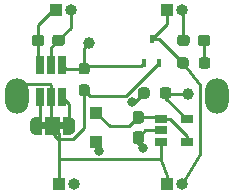
<source format=gbr>
G04 #@! TF.GenerationSoftware,KiCad,Pcbnew,5.1.8*
G04 #@! TF.CreationDate,2020-11-15T22:35:16+01:00*
G04 #@! TF.ProjectId,charging,63686172-6769-46e6-972e-6b696361645f,rev?*
G04 #@! TF.SameCoordinates,PX2fb84f0PY2fb84f0*
G04 #@! TF.FileFunction,Copper,L1,Top*
G04 #@! TF.FilePolarity,Positive*
%FSLAX46Y46*%
G04 Gerber Fmt 4.6, Leading zero omitted, Abs format (unit mm)*
G04 Created by KiCad (PCBNEW 5.1.8) date 2020-11-15 22:35:16*
%MOMM*%
%LPD*%
G01*
G04 APERTURE LIST*
G04 #@! TA.AperFunction,EtchedComponent*
%ADD10C,0.100000*%
G04 #@! TD*
G04 #@! TA.AperFunction,ComponentPad*
%ADD11O,1.000000X1.000000*%
G04 #@! TD*
G04 #@! TA.AperFunction,ComponentPad*
%ADD12R,1.000000X1.000000*%
G04 #@! TD*
G04 #@! TA.AperFunction,ComponentPad*
%ADD13O,2.000000X3.000000*%
G04 #@! TD*
G04 #@! TA.AperFunction,ComponentPad*
%ADD14C,1.000000*%
G04 #@! TD*
G04 #@! TA.AperFunction,SMDPad,CuDef*
%ADD15R,0.450000X0.700000*%
G04 #@! TD*
G04 #@! TA.AperFunction,SMDPad,CuDef*
%ADD16C,0.100000*%
G04 #@! TD*
G04 #@! TA.AperFunction,SMDPad,CuDef*
%ADD17R,1.060000X0.650000*%
G04 #@! TD*
G04 #@! TA.AperFunction,SMDPad,CuDef*
%ADD18R,0.650000X1.560000*%
G04 #@! TD*
G04 #@! TA.AperFunction,SMDPad,CuDef*
%ADD19R,1.000000X1.000000*%
G04 #@! TD*
G04 #@! TA.AperFunction,ViaPad*
%ADD20C,0.800000*%
G04 #@! TD*
G04 #@! TA.AperFunction,Conductor*
%ADD21C,0.250000*%
G04 #@! TD*
G04 APERTURE END LIST*
D10*
G36*
X-4591000Y-2113000D02*
G01*
X-5091000Y-2113000D01*
X-5091000Y-2713000D01*
X-4591000Y-2713000D01*
X-4591000Y-2113000D01*
G37*
G36*
X-6615000Y-2713000D02*
G01*
X-6115000Y-2713000D01*
X-6115000Y-2113000D01*
X-6615000Y-2113000D01*
X-6615000Y-2713000D01*
G37*
D11*
X5334000Y-7366000D03*
D12*
X4064000Y-7366000D03*
D11*
X5334000Y7366000D03*
D12*
X4064000Y7366000D03*
D11*
X-4064000Y7366000D03*
D12*
X-5334000Y7366000D03*
D11*
X-3810000Y-7366000D03*
D12*
X-5080000Y-7366000D03*
D13*
X8323000Y127000D03*
X-8577000Y127000D03*
D14*
X-2540000Y4572000D03*
X5842000Y254000D03*
G04 #@! TA.AperFunction,SMDPad,CuDef*
G36*
G01*
X2623000Y618500D02*
X2623000Y143500D01*
G75*
G02*
X2385500Y-94000I-237500J0D01*
G01*
X1885500Y-94000D01*
G75*
G02*
X1648000Y143500I0J237500D01*
G01*
X1648000Y618500D01*
G75*
G02*
X1885500Y856000I237500J0D01*
G01*
X2385500Y856000D01*
G75*
G02*
X2623000Y618500I0J-237500D01*
G01*
G37*
G04 #@! TD.AperFunction*
G04 #@! TA.AperFunction,SMDPad,CuDef*
G36*
G01*
X4448000Y618500D02*
X4448000Y143500D01*
G75*
G02*
X4210500Y-94000I-237500J0D01*
G01*
X3710500Y-94000D01*
G75*
G02*
X3473000Y143500I0J237500D01*
G01*
X3473000Y618500D01*
G75*
G02*
X3710500Y856000I237500J0D01*
G01*
X4210500Y856000D01*
G75*
G02*
X4448000Y618500I0J-237500D01*
G01*
G37*
G04 #@! TD.AperFunction*
D15*
X2794000Y4937000D03*
X3444000Y2937000D03*
X2144000Y2937000D03*
G04 #@! TA.AperFunction,SMDPad,CuDef*
D16*
G36*
X-4991000Y-3163000D02*
G01*
X-5491000Y-3163000D01*
X-5491000Y-3162398D01*
X-5515534Y-3162398D01*
X-5564365Y-3157588D01*
X-5612490Y-3148016D01*
X-5659445Y-3133772D01*
X-5704778Y-3114995D01*
X-5748051Y-3091864D01*
X-5788850Y-3064604D01*
X-5826779Y-3033476D01*
X-5861476Y-2998779D01*
X-5892604Y-2960850D01*
X-5919864Y-2920051D01*
X-5942995Y-2876778D01*
X-5961772Y-2831445D01*
X-5976016Y-2784490D01*
X-5985588Y-2736365D01*
X-5990398Y-2687534D01*
X-5990398Y-2663000D01*
X-5991000Y-2663000D01*
X-5991000Y-2163000D01*
X-5990398Y-2163000D01*
X-5990398Y-2138466D01*
X-5985588Y-2089635D01*
X-5976016Y-2041510D01*
X-5961772Y-1994555D01*
X-5942995Y-1949222D01*
X-5919864Y-1905949D01*
X-5892604Y-1865150D01*
X-5861476Y-1827221D01*
X-5826779Y-1792524D01*
X-5788850Y-1761396D01*
X-5748051Y-1734136D01*
X-5704778Y-1711005D01*
X-5659445Y-1692228D01*
X-5612490Y-1677984D01*
X-5564365Y-1668412D01*
X-5515534Y-1663602D01*
X-5491000Y-1663602D01*
X-5491000Y-1663000D01*
X-4991000Y-1663000D01*
X-4991000Y-3163000D01*
G37*
G04 #@! TD.AperFunction*
G04 #@! TA.AperFunction,SMDPad,CuDef*
G36*
X-4191000Y-1663602D02*
G01*
X-4166466Y-1663602D01*
X-4117635Y-1668412D01*
X-4069510Y-1677984D01*
X-4022555Y-1692228D01*
X-3977222Y-1711005D01*
X-3933949Y-1734136D01*
X-3893150Y-1761396D01*
X-3855221Y-1792524D01*
X-3820524Y-1827221D01*
X-3789396Y-1865150D01*
X-3762136Y-1905949D01*
X-3739005Y-1949222D01*
X-3720228Y-1994555D01*
X-3705984Y-2041510D01*
X-3696412Y-2089635D01*
X-3691602Y-2138466D01*
X-3691602Y-2163000D01*
X-3691000Y-2163000D01*
X-3691000Y-2663000D01*
X-3691602Y-2663000D01*
X-3691602Y-2687534D01*
X-3696412Y-2736365D01*
X-3705984Y-2784490D01*
X-3720228Y-2831445D01*
X-3739005Y-2876778D01*
X-3762136Y-2920051D01*
X-3789396Y-2960850D01*
X-3820524Y-2998779D01*
X-3855221Y-3033476D01*
X-3893150Y-3064604D01*
X-3933949Y-3091864D01*
X-3977222Y-3114995D01*
X-4022555Y-3133772D01*
X-4069510Y-3148016D01*
X-4117635Y-3157588D01*
X-4166466Y-3162398D01*
X-4191000Y-3162398D01*
X-4191000Y-3163000D01*
X-4691000Y-3163000D01*
X-4691000Y-1663000D01*
X-4191000Y-1663000D01*
X-4191000Y-1663602D01*
G37*
G04 #@! TD.AperFunction*
G04 #@! TA.AperFunction,SMDPad,CuDef*
G36*
X-6215000Y-1663000D02*
G01*
X-5715000Y-1663000D01*
X-5715000Y-1663602D01*
X-5690466Y-1663602D01*
X-5641635Y-1668412D01*
X-5593510Y-1677984D01*
X-5546555Y-1692228D01*
X-5501222Y-1711005D01*
X-5457949Y-1734136D01*
X-5417150Y-1761396D01*
X-5379221Y-1792524D01*
X-5344524Y-1827221D01*
X-5313396Y-1865150D01*
X-5286136Y-1905949D01*
X-5263005Y-1949222D01*
X-5244228Y-1994555D01*
X-5229984Y-2041510D01*
X-5220412Y-2089635D01*
X-5215602Y-2138466D01*
X-5215602Y-2163000D01*
X-5215000Y-2163000D01*
X-5215000Y-2663000D01*
X-5215602Y-2663000D01*
X-5215602Y-2687534D01*
X-5220412Y-2736365D01*
X-5229984Y-2784490D01*
X-5244228Y-2831445D01*
X-5263005Y-2876778D01*
X-5286136Y-2920051D01*
X-5313396Y-2960850D01*
X-5344524Y-2998779D01*
X-5379221Y-3033476D01*
X-5417150Y-3064604D01*
X-5457949Y-3091864D01*
X-5501222Y-3114995D01*
X-5546555Y-3133772D01*
X-5593510Y-3148016D01*
X-5641635Y-3157588D01*
X-5690466Y-3162398D01*
X-5715000Y-3162398D01*
X-5715000Y-3163000D01*
X-6215000Y-3163000D01*
X-6215000Y-1663000D01*
G37*
G04 #@! TD.AperFunction*
G04 #@! TA.AperFunction,SMDPad,CuDef*
G36*
X-7015000Y-3162398D02*
G01*
X-7039534Y-3162398D01*
X-7088365Y-3157588D01*
X-7136490Y-3148016D01*
X-7183445Y-3133772D01*
X-7228778Y-3114995D01*
X-7272051Y-3091864D01*
X-7312850Y-3064604D01*
X-7350779Y-3033476D01*
X-7385476Y-2998779D01*
X-7416604Y-2960850D01*
X-7443864Y-2920051D01*
X-7466995Y-2876778D01*
X-7485772Y-2831445D01*
X-7500016Y-2784490D01*
X-7509588Y-2736365D01*
X-7514398Y-2687534D01*
X-7514398Y-2663000D01*
X-7515000Y-2663000D01*
X-7515000Y-2163000D01*
X-7514398Y-2163000D01*
X-7514398Y-2138466D01*
X-7509588Y-2089635D01*
X-7500016Y-2041510D01*
X-7485772Y-1994555D01*
X-7466995Y-1949222D01*
X-7443864Y-1905949D01*
X-7416604Y-1865150D01*
X-7385476Y-1827221D01*
X-7350779Y-1792524D01*
X-7312850Y-1761396D01*
X-7272051Y-1734136D01*
X-7228778Y-1711005D01*
X-7183445Y-1692228D01*
X-7136490Y-1677984D01*
X-7088365Y-1668412D01*
X-7039534Y-1663602D01*
X-7015000Y-1663602D01*
X-7015000Y-1663000D01*
X-6515000Y-1663000D01*
X-6515000Y-3163000D01*
X-7015000Y-3163000D01*
X-7015000Y-3162398D01*
G37*
G04 #@! TD.AperFunction*
G04 #@! TA.AperFunction,SMDPad,CuDef*
G36*
G01*
X-2683500Y1949000D02*
X-3158500Y1949000D01*
G75*
G02*
X-3396000Y2186500I0J237500D01*
G01*
X-3396000Y2686500D01*
G75*
G02*
X-3158500Y2924000I237500J0D01*
G01*
X-2683500Y2924000D01*
G75*
G02*
X-2446000Y2686500I0J-237500D01*
G01*
X-2446000Y2186500D01*
G75*
G02*
X-2683500Y1949000I-237500J0D01*
G01*
G37*
G04 #@! TD.AperFunction*
G04 #@! TA.AperFunction,SMDPad,CuDef*
G36*
G01*
X-2683500Y124000D02*
X-3158500Y124000D01*
G75*
G02*
X-3396000Y361500I0J237500D01*
G01*
X-3396000Y861500D01*
G75*
G02*
X-3158500Y1099000I237500J0D01*
G01*
X-2683500Y1099000D01*
G75*
G02*
X-2446000Y861500I0J-237500D01*
G01*
X-2446000Y361500D01*
G75*
G02*
X-2683500Y124000I-237500J0D01*
G01*
G37*
G04 #@! TD.AperFunction*
D17*
X5799000Y-1844000D03*
X5799000Y-3744000D03*
X3599000Y-3744000D03*
X3599000Y-2794000D03*
X3599000Y-1844000D03*
G04 #@! TA.AperFunction,SMDPad,CuDef*
G36*
G01*
X6775000Y2683500D02*
X6775000Y3158500D01*
G75*
G02*
X7012500Y3396000I237500J0D01*
G01*
X7512500Y3396000D01*
G75*
G02*
X7750000Y3158500I0J-237500D01*
G01*
X7750000Y2683500D01*
G75*
G02*
X7512500Y2446000I-237500J0D01*
G01*
X7012500Y2446000D01*
G75*
G02*
X6775000Y2683500I0J237500D01*
G01*
G37*
G04 #@! TD.AperFunction*
G04 #@! TA.AperFunction,SMDPad,CuDef*
G36*
G01*
X4950000Y2683500D02*
X4950000Y3158500D01*
G75*
G02*
X5187500Y3396000I237500J0D01*
G01*
X5687500Y3396000D01*
G75*
G02*
X5925000Y3158500I0J-237500D01*
G01*
X5925000Y2683500D01*
G75*
G02*
X5687500Y2446000I-237500J0D01*
G01*
X5187500Y2446000D01*
G75*
G02*
X4950000Y2683500I0J237500D01*
G01*
G37*
G04 #@! TD.AperFunction*
D18*
X-5715000Y47000D03*
X-4765000Y47000D03*
X-6665000Y47000D03*
X-6665000Y2747000D03*
X-5715000Y2747000D03*
X-4765000Y2747000D03*
D19*
X-1905000Y-3790000D03*
X-1905000Y-1290000D03*
G04 #@! TA.AperFunction,SMDPad,CuDef*
G36*
G01*
X-5644000Y4588500D02*
X-5644000Y5063500D01*
G75*
G02*
X-5406500Y5301000I237500J0D01*
G01*
X-4806500Y5301000D01*
G75*
G02*
X-4569000Y5063500I0J-237500D01*
G01*
X-4569000Y4588500D01*
G75*
G02*
X-4806500Y4351000I-237500J0D01*
G01*
X-5406500Y4351000D01*
G75*
G02*
X-5644000Y4588500I0J237500D01*
G01*
G37*
G04 #@! TD.AperFunction*
G04 #@! TA.AperFunction,SMDPad,CuDef*
G36*
G01*
X-7369000Y4588500D02*
X-7369000Y5063500D01*
G75*
G02*
X-7131500Y5301000I237500J0D01*
G01*
X-6531500Y5301000D01*
G75*
G02*
X-6294000Y5063500I0J-237500D01*
G01*
X-6294000Y4588500D01*
G75*
G02*
X-6531500Y4351000I-237500J0D01*
G01*
X-7131500Y4351000D01*
G75*
G02*
X-7369000Y4588500I0J237500D01*
G01*
G37*
G04 #@! TD.AperFunction*
G04 #@! TA.AperFunction,SMDPad,CuDef*
G36*
G01*
X6700000Y4588500D02*
X6700000Y5063500D01*
G75*
G02*
X6937500Y5301000I237500J0D01*
G01*
X7512500Y5301000D01*
G75*
G02*
X7750000Y5063500I0J-237500D01*
G01*
X7750000Y4588500D01*
G75*
G02*
X7512500Y4351000I-237500J0D01*
G01*
X6937500Y4351000D01*
G75*
G02*
X6700000Y4588500I0J237500D01*
G01*
G37*
G04 #@! TD.AperFunction*
G04 #@! TA.AperFunction,SMDPad,CuDef*
G36*
G01*
X4950000Y4588500D02*
X4950000Y5063500D01*
G75*
G02*
X5187500Y5301000I237500J0D01*
G01*
X5762500Y5301000D01*
G75*
G02*
X6000000Y5063500I0J-237500D01*
G01*
X6000000Y4588500D01*
G75*
G02*
X5762500Y4351000I-237500J0D01*
G01*
X5187500Y4351000D01*
G75*
G02*
X4950000Y4588500I0J237500D01*
G01*
G37*
G04 #@! TD.AperFunction*
G04 #@! TA.AperFunction,SMDPad,CuDef*
G36*
G01*
X1413500Y-2865000D02*
X1888500Y-2865000D01*
G75*
G02*
X2126000Y-3102500I0J-237500D01*
G01*
X2126000Y-3702500D01*
G75*
G02*
X1888500Y-3940000I-237500J0D01*
G01*
X1413500Y-3940000D01*
G75*
G02*
X1176000Y-3702500I0J237500D01*
G01*
X1176000Y-3102500D01*
G75*
G02*
X1413500Y-2865000I237500J0D01*
G01*
G37*
G04 #@! TD.AperFunction*
G04 #@! TA.AperFunction,SMDPad,CuDef*
G36*
G01*
X1413500Y-1140000D02*
X1888500Y-1140000D01*
G75*
G02*
X2126000Y-1377500I0J-237500D01*
G01*
X2126000Y-1977500D01*
G75*
G02*
X1888500Y-2215000I-237500J0D01*
G01*
X1413500Y-2215000D01*
G75*
G02*
X1176000Y-1977500I0J237500D01*
G01*
X1176000Y-1377500D01*
G75*
G02*
X1413500Y-1140000I237500J0D01*
G01*
G37*
G04 #@! TD.AperFunction*
D20*
X1129405Y-367405D03*
X2032000Y-4318000D03*
X-1647882Y-4502474D03*
D21*
X1651000Y-3402500D02*
X2259500Y-2794000D01*
X-5715000Y4217500D02*
X-5106500Y4826000D01*
X-5715000Y2747000D02*
X-5715000Y4217500D01*
X2259500Y-2794000D02*
X3599000Y-2794000D01*
X-4064000Y5868500D02*
X-4064000Y7620000D01*
X-5106500Y4826000D02*
X-4064000Y5868500D01*
X2135500Y381000D02*
X1387095Y-367405D01*
X1387095Y-367405D02*
X1129405Y-367405D01*
X1651000Y-3402500D02*
X1651000Y-3937000D01*
X1651000Y-3937000D02*
X2032000Y-4318000D01*
X5475000Y7479000D02*
X5334000Y7620000D01*
X5334000Y4967000D02*
X5475000Y4826000D01*
X5475000Y7225000D02*
X5334000Y7366000D01*
X5475000Y4826000D02*
X5475000Y7225000D01*
X-3852672Y-3488010D02*
X-5163582Y-3488010D01*
X-5790001Y1152001D02*
X-8034999Y1152001D01*
X-5715000Y1077000D02*
X-5790001Y1152001D01*
X-5715000Y47000D02*
X-5715000Y1077000D01*
X-5163582Y-3488010D02*
X-5491000Y-3160592D01*
X-5715000Y47000D02*
X-5715000Y-2189000D01*
X-5715000Y-2189000D02*
X-5491000Y-2413000D01*
X-8034999Y1152001D02*
X-8096990Y1090010D01*
X-5491000Y-3160592D02*
X-5491000Y-2413000D01*
X-2921000Y611500D02*
X-2921000Y-2556338D01*
X-2921000Y-2556338D02*
X-3852672Y-3488010D01*
X576489Y104999D02*
X-2414499Y104999D01*
X3408490Y2937000D02*
X576489Y104999D01*
X3444000Y2937000D02*
X3408490Y2937000D01*
X-2414499Y104999D02*
X-2921000Y611500D01*
X-5080000Y-3048000D02*
X-5715000Y-2413000D01*
X-5079485Y-5587485D02*
X-5080000Y-5588000D01*
X-5080000Y-7366000D02*
X-5080000Y-5588000D01*
X4064000Y-6616000D02*
X3556000Y-5334000D01*
X4064000Y-7366000D02*
X4064000Y-6616000D01*
X3556000Y-3787000D02*
X3599000Y-3744000D01*
X3556000Y-5334000D02*
X3556000Y-3787000D01*
X-5080000Y-5080000D02*
X-5080000Y-3048000D01*
X3556000Y-5334000D02*
X3449484Y-5227484D01*
X-5080000Y-5588000D02*
X-5080000Y-5080000D01*
X3449484Y-5227484D02*
X-4932516Y-5227484D01*
X-4932516Y-5227484D02*
X-5080000Y-5080000D01*
X1651000Y-1677500D02*
X3432500Y-1677500D01*
X3599000Y-1844000D02*
X4379000Y-1844000D01*
X5799000Y-3264000D02*
X5799000Y-3744000D01*
X4379000Y-1844000D02*
X5799000Y-3264000D01*
X3432500Y-1677500D02*
X3599000Y-1844000D01*
X-759999Y-2435001D02*
X-1905000Y-1290000D01*
X893499Y-2435001D02*
X-759999Y-2435001D01*
X1651000Y-1677500D02*
X893499Y-2435001D01*
X-1905000Y-3790000D02*
X-1905000Y-4245356D01*
X-1905000Y-4245356D02*
X-1647882Y-4502474D01*
X-6831500Y4826000D02*
X-6831500Y2259500D01*
X-6831500Y6122500D02*
X-5334000Y7620000D01*
X-6831500Y4826000D02*
X-6831500Y6122500D01*
X4064000Y6207000D02*
X2794000Y4937000D01*
X4064000Y7620000D02*
X4064000Y6207000D01*
X3421500Y4937000D02*
X5437500Y2921000D01*
X2794000Y4937000D02*
X3421500Y4937000D01*
X6858000Y1016000D02*
X5437500Y2921000D01*
X6858000Y-4826000D02*
X6858000Y1016000D01*
X5334000Y-7366000D02*
X6858000Y-4826000D01*
X-4765000Y47000D02*
X-4191000Y-527000D01*
X-4191000Y-527000D02*
X-4191000Y-2413000D01*
X-6665000Y47000D02*
X-6665000Y-2063000D01*
X-6665000Y-2063000D02*
X-7015000Y-2413000D01*
X-2921000Y2436500D02*
X-4454500Y2436500D01*
X-4454500Y2436500D02*
X-4765000Y2747000D01*
X-2712501Y2644999D02*
X-2921000Y2436500D01*
X1851999Y2644999D02*
X-2712501Y2644999D01*
X2144000Y2937000D02*
X1851999Y2644999D01*
X-2921000Y4191000D02*
X-2540000Y4572000D01*
X-2921000Y2436500D02*
X-2921000Y4191000D01*
X3960500Y381000D02*
X3960500Y-5500D01*
X3960500Y-5500D02*
X5799000Y-1844000D01*
X4087500Y254000D02*
X3960500Y381000D01*
X5842000Y254000D02*
X4087500Y254000D01*
X7262500Y4788500D02*
X7225000Y4826000D01*
X7262500Y2921000D02*
X7262500Y4788500D01*
M02*

</source>
